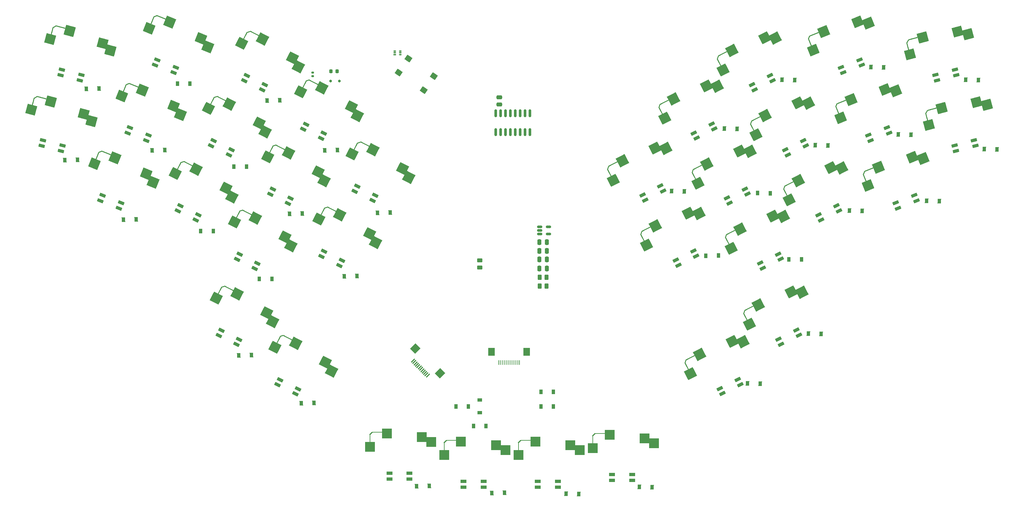
<source format=gbr>
%TF.GenerationSoftware,KiCad,Pcbnew,(6.0.4)*%
%TF.CreationDate,2022-12-18T06:26:39+01:00*%
%TF.ProjectId,BatreeqV2,42617472-6565-4715-9632-2e6b69636164,rev?*%
%TF.SameCoordinates,Original*%
%TF.FileFunction,Paste,Bot*%
%TF.FilePolarity,Positive*%
%FSLAX46Y46*%
G04 Gerber Fmt 4.6, Leading zero omitted, Abs format (unit mm)*
G04 Created by KiCad (PCBNEW (6.0.4)) date 2022-12-18 06:26:39*
%MOMM*%
%LPD*%
G01*
G04 APERTURE LIST*
G04 Aperture macros list*
%AMRoundRect*
0 Rectangle with rounded corners*
0 $1 Rounding radius*
0 $2 $3 $4 $5 $6 $7 $8 $9 X,Y pos of 4 corners*
0 Add a 4 corners polygon primitive as box body*
4,1,4,$2,$3,$4,$5,$6,$7,$8,$9,$2,$3,0*
0 Add four circle primitives for the rounded corners*
1,1,$1+$1,$2,$3*
1,1,$1+$1,$4,$5*
1,1,$1+$1,$6,$7*
1,1,$1+$1,$8,$9*
0 Add four rect primitives between the rounded corners*
20,1,$1+$1,$2,$3,$4,$5,0*
20,1,$1+$1,$4,$5,$6,$7,0*
20,1,$1+$1,$6,$7,$8,$9,0*
20,1,$1+$1,$8,$9,$2,$3,0*%
%AMRotRect*
0 Rectangle, with rotation*
0 The origin of the aperture is its center*
0 $1 length*
0 $2 width*
0 $3 Rotation angle, in degrees counterclockwise*
0 Add horizontal line*
21,1,$1,$2,0,0,$3*%
G04 Aperture macros list end*
%ADD10RoundRect,0.082000X0.718000X-0.328000X0.718000X0.328000X-0.718000X0.328000X-0.718000X-0.328000X0*%
%ADD11RotRect,2.600000X2.600000X345.000000*%
%ADD12RotRect,2.550000X2.500000X345.000000*%
%ADD13RotRect,3.000000X0.250000X165.000000*%
%ADD14RoundRect,0.062500X0.347636X0.272877X-0.410136X-0.164623X-0.347636X-0.272877X0.410136X0.164623X0*%
%ADD15RotRect,4.000000X0.250000X255.000000*%
%ADD16RotRect,2.550000X2.500000X27.000000*%
%ADD17RotRect,2.600000X2.600000X27.000000*%
%ADD18RotRect,3.000000X0.250000X207.000000*%
%ADD19RoundRect,0.062500X0.075754X0.435401X-0.194636X-0.396774X-0.075754X-0.435401X0.194636X0.396774X0*%
%ADD20RotRect,4.000000X0.250000X297.000000*%
%ADD21RotRect,2.600000X2.600000X15.000000*%
%ADD22RotRect,2.550000X2.500000X15.000000*%
%ADD23RotRect,4.000000X0.250000X285.000000*%
%ADD24RoundRect,0.062500X0.164623X0.410136X-0.272877X-0.347636X-0.164623X-0.410136X0.272877X0.347636X0*%
%ADD25RotRect,3.000000X0.250000X195.000000*%
%ADD26RoundRect,0.082000X0.778427X-0.130992X0.608642X0.502656X-0.778427X0.130992X-0.608642X-0.502656X0*%
%ADD27RoundRect,0.082000X0.788652X0.033715X0.490834X0.618215X-0.788652X-0.033715X-0.490834X-0.618215X0*%
%ADD28RotRect,2.550000X2.500000X333.000000*%
%ADD29RotRect,2.600000X2.600000X333.000000*%
%ADD30RotRect,4.000000X0.250000X243.000000*%
%ADD31RoundRect,0.062500X0.396774X0.194636X-0.435401X-0.075754X-0.396774X-0.194636X0.435401X0.075754X0*%
%ADD32RotRect,3.000000X0.250000X153.000000*%
%ADD33RoundRect,0.082000X0.490834X-0.618215X0.788652X-0.033715X-0.490834X0.618215X-0.788652X0.033715X0*%
%ADD34RoundRect,0.082000X0.608642X-0.502656X0.778427X0.130992X-0.608642X0.502656X-0.778427X-0.130992X0*%
%ADD35R,2.600000X2.600000*%
%ADD36R,2.550000X2.500000*%
%ADD37R,3.000000X0.250000*%
%ADD38R,0.250000X4.000000*%
%ADD39RoundRect,0.062500X0.265165X0.353553X-0.353553X-0.265165X-0.265165X-0.353553X0.353553X0.265165X0*%
%ADD40RoundRect,0.082000X0.788589X-0.035149X0.542847X0.573084X-0.788589X0.035149X-0.542847X-0.573084X0*%
%ADD41RotRect,2.600000X2.600000X22.000000*%
%ADD42RotRect,2.550000X2.500000X22.000000*%
%ADD43RotRect,3.000000X0.250000X202.000000*%
%ADD44RotRect,4.000000X0.250000X292.000000*%
%ADD45RoundRect,0.062500X0.113413X0.427142X-0.228476X-0.378300X-0.113413X-0.427142X0.228476X0.378300X0*%
%ADD46RotRect,2.550000X2.500000X338.000000*%
%ADD47RotRect,2.600000X2.600000X338.000000*%
%ADD48RotRect,3.000000X0.250000X158.000000*%
%ADD49RotRect,4.000000X0.250000X248.000000*%
%ADD50RoundRect,0.062500X0.378300X0.228476X-0.427142X-0.113413X-0.378300X-0.228476X0.427142X0.113413X0*%
%ADD51RoundRect,0.082000X0.542847X-0.573084X0.788589X0.035149X-0.542847X0.573084X-0.788589X-0.035149X0*%
%ADD52RotRect,0.900000X1.200000X358.000000*%
%ADD53R,0.900000X1.200000*%
%ADD54RoundRect,0.085000X-0.265000X-0.085000X0.265000X-0.085000X0.265000X0.085000X-0.265000X0.085000X0*%
%ADD55O,0.700000X0.340000*%
%ADD56RoundRect,0.150000X0.175000X0.150000X-0.175000X0.150000X-0.175000X-0.150000X0.175000X-0.150000X0*%
%ADD57RoundRect,0.250000X0.250000X0.475000X-0.250000X0.475000X-0.250000X-0.475000X0.250000X-0.475000X0*%
%ADD58R,0.280000X1.250000*%
%ADD59R,1.800000X2.000000*%
%ADD60RotRect,0.900000X1.200000X2.000000*%
%ADD61RoundRect,0.150000X0.150000X-0.825000X0.150000X0.825000X-0.150000X0.825000X-0.150000X-0.825000X0*%
%ADD62RoundRect,0.140000X-0.170000X0.140000X-0.170000X-0.140000X0.170000X-0.140000X0.170000X0.140000X0*%
%ADD63RotRect,0.280000X1.250000X315.000000*%
%ADD64RotRect,1.800000X2.000000X315.000000*%
%ADD65RoundRect,0.250000X0.262500X0.450000X-0.262500X0.450000X-0.262500X-0.450000X0.262500X-0.450000X0*%
%ADD66RoundRect,0.250000X-0.262500X-0.450000X0.262500X-0.450000X0.262500X0.450000X-0.262500X0.450000X0*%
%ADD67RotRect,0.900000X1.200000X1.000000*%
%ADD68RoundRect,0.250000X0.450000X-0.262500X0.450000X0.262500X-0.450000X0.262500X-0.450000X-0.262500X0*%
%ADD69RoundRect,0.218750X0.218750X0.256250X-0.218750X0.256250X-0.218750X-0.256250X0.218750X-0.256250X0*%
%ADD70RotRect,0.900000X1.200000X359.000000*%
%ADD71R,1.200000X0.900000*%
%ADD72RoundRect,0.250000X-0.250000X-0.475000X0.250000X-0.475000X0.250000X0.475000X-0.250000X0.475000X0*%
%ADD73RoundRect,0.150000X-0.512500X-0.150000X0.512500X-0.150000X0.512500X0.150000X-0.512500X0.150000X0*%
%ADD74RoundRect,0.250000X0.475000X-0.250000X0.475000X0.250000X-0.475000X0.250000X-0.475000X-0.250000X0*%
%ADD75RotRect,1.600000X1.400000X325.000000*%
G04 APERTURE END LIST*
D10*
%TO.C,D74*%
X162930907Y-158703640D03*
X162930907Y-157203640D03*
X157730907Y-157203640D03*
X157730907Y-158703640D03*
%TD*%
D11*
%TO.C,SW7*%
X41695422Y-63502969D03*
D12*
X39692739Y-61586010D03*
D11*
X31111565Y-58386001D03*
D13*
X28970288Y-57456072D03*
D14*
X27184985Y-57277231D03*
D15*
X26319068Y-59384531D03*
D12*
X26028860Y-60557810D03*
%TD*%
D16*
%TO.C,SW26*%
X223540561Y-107978318D03*
D17*
X226311540Y-108062840D03*
D18*
X212808758Y-112083897D03*
D19*
X211362352Y-113145592D03*
D16*
X212698319Y-116357137D03*
D17*
X215022282Y-111342174D03*
D20*
X212128910Y-115291033D03*
%TD*%
D21*
%TO.C,SW34*%
X269514606Y-40866065D03*
D22*
X266821753Y-40207270D03*
D23*
X254139074Y-44987570D03*
D22*
X254474386Y-46148764D03*
D21*
X257790233Y-41726568D03*
D24*
X253835330Y-42729636D03*
D25*
X255470867Y-41991865D03*
%TD*%
D26*
%TO.C,D42*%
X271440162Y-69944658D03*
X271051934Y-68495769D03*
X266029119Y-69841628D03*
X266417348Y-71290517D03*
%TD*%
D27*
%TO.C,D70*%
X190246204Y-81671878D03*
X189565218Y-80335368D03*
X184931984Y-82696119D03*
X185612970Y-84032628D03*
%TD*%
%TO.C,D41*%
X203597806Y-65554187D03*
X202916820Y-64217677D03*
X198283586Y-66578428D03*
X198964572Y-67914937D03*
%TD*%
D16*
%TO.C,SW21*%
X208267895Y-120836415D03*
D17*
X211038874Y-120920937D03*
D19*
X196089686Y-126003689D03*
D20*
X196856244Y-128149130D03*
D18*
X197536092Y-124941994D03*
D17*
X199749616Y-124200271D03*
D16*
X197425653Y-129215234D03*
%TD*%
D27*
%TO.C,D55*%
X225604954Y-119171036D03*
X224923968Y-117834526D03*
X220290734Y-120195277D03*
X220971720Y-121531786D03*
%TD*%
D17*
%TO.C,SW25*%
X212930207Y-71375116D03*
D16*
X210159228Y-71290594D03*
X199316986Y-79669413D03*
D18*
X199427425Y-75396173D03*
D20*
X198747577Y-78603309D03*
D17*
X201640949Y-74654450D03*
D19*
X197981019Y-76457868D03*
%TD*%
D28*
%TO.C,SW4*%
X93894359Y-47077304D03*
D29*
X95454719Y-49368754D03*
D28*
X80742842Y-43230693D03*
D29*
X86166023Y-42163096D03*
D30*
X81270648Y-42143390D03*
D31*
X82555775Y-40262174D03*
D32*
X84264880Y-40808292D03*
%TD*%
D33*
%TO.C,D51*%
X77426862Y-72255467D03*
X78107848Y-70918958D03*
X73474614Y-68558207D03*
X72793628Y-69894717D03*
%TD*%
%TO.C,D67*%
X114752396Y-84108662D03*
X115433382Y-82772153D03*
X110800148Y-80411402D03*
X110119162Y-81747912D03*
%TD*%
D28*
%TO.C,SW8*%
X109242477Y-59741924D03*
D29*
X110802837Y-62033374D03*
D32*
X99612998Y-53472912D03*
D30*
X96618766Y-54808010D03*
D28*
X96090960Y-55895313D03*
D31*
X97903893Y-52926794D03*
D29*
X101514141Y-54827716D03*
%TD*%
D34*
%TO.C,D63*%
X33737492Y-71285168D03*
X34125721Y-69836279D03*
X29102906Y-68490420D03*
X28714678Y-69939309D03*
%TD*%
D35*
%TO.C,SW22*%
X168603495Y-149126948D03*
D36*
X166172907Y-147793640D03*
X152708495Y-150336948D03*
D37*
X154746907Y-146579601D03*
D38*
X152685148Y-149128536D03*
D39*
X152976151Y-146868924D03*
D35*
X157055906Y-146923640D03*
%TD*%
D10*
%TO.C,D64*%
X124325323Y-156583643D03*
X124325323Y-155083643D03*
X119125323Y-155083643D03*
X119125323Y-156583643D03*
%TD*%
D40*
%TO.C,D71*%
X256147593Y-84197965D03*
X255585684Y-82807189D03*
X250764328Y-84755143D03*
X251326237Y-86145919D03*
%TD*%
D36*
%TO.C,SW27*%
X185476910Y-146015641D03*
D35*
X187907498Y-147348949D03*
D38*
X171989151Y-147350537D03*
D37*
X174050910Y-144801602D03*
D36*
X172012498Y-148558949D03*
D35*
X176359909Y-145145641D03*
D39*
X172280154Y-145090925D03*
%TD*%
D33*
%TO.C,D56*%
X86052679Y-55326346D03*
X86733665Y-53989837D03*
X82100431Y-51629086D03*
X81419445Y-52965596D03*
%TD*%
D41*
%TO.C,SW33*%
X250702109Y-55577127D03*
D42*
X247949041Y-55251420D03*
D43*
X236900252Y-58406037D03*
D41*
X239169997Y-57860058D03*
D44*
X235943469Y-61541717D03*
D42*
X236417795Y-62653391D03*
D45*
X235366817Y-59337630D03*
%TD*%
D29*
%TO.C,SW16*%
X104068356Y-128508323D03*
D28*
X102507996Y-126216873D03*
D32*
X92878517Y-119947861D03*
D31*
X91169412Y-119401743D03*
D28*
X89356479Y-122370262D03*
D29*
X94779660Y-121302665D03*
D30*
X89884285Y-121282959D03*
%TD*%
D17*
%TO.C,SW28*%
X219441546Y-41860462D03*
D16*
X216670567Y-41775940D03*
D18*
X205938764Y-45881519D03*
D20*
X205258916Y-49088655D03*
D17*
X208152288Y-45139796D03*
D19*
X204492358Y-46943214D03*
D16*
X205828325Y-50154759D03*
%TD*%
D29*
%TO.C,SW5*%
X86828903Y-66297875D03*
D28*
X85268543Y-64006425D03*
D29*
X77540207Y-59092217D03*
D31*
X73929959Y-57191295D03*
D28*
X72117026Y-60159814D03*
D30*
X72644832Y-59072511D03*
D32*
X75639064Y-57737413D03*
%TD*%
D27*
%TO.C,D66*%
X235986598Y-86826905D03*
X235305612Y-85490395D03*
X230672378Y-87851146D03*
X231353364Y-89187655D03*
%TD*%
D10*
%TO.C,D69*%
X143605319Y-158700333D03*
X143605319Y-157200333D03*
X138405319Y-157200333D03*
X138405319Y-158700333D03*
%TD*%
D29*
%TO.C,SW15*%
X93551197Y-95891624D03*
D28*
X91990837Y-93600174D03*
D32*
X82361358Y-87331162D03*
D30*
X79367126Y-88666260D03*
D28*
X78839320Y-89753563D03*
D31*
X80652253Y-86785044D03*
D29*
X84262501Y-88685966D03*
%TD*%
D10*
%TO.C,D43*%
X182234910Y-156925642D03*
X182234910Y-155425642D03*
X177034910Y-155425642D03*
X177034910Y-156925642D03*
%TD*%
D27*
%TO.C,D65*%
X198872023Y-98601004D03*
X198191037Y-97264494D03*
X193557803Y-99625245D03*
X194238789Y-100961754D03*
%TD*%
%TO.C,D61*%
X220849442Y-99412439D03*
X220168456Y-98075929D03*
X215535222Y-100436680D03*
X216216208Y-101773189D03*
%TD*%
D33*
%TO.C,D58*%
X94666316Y-134465916D03*
X95347302Y-133129407D03*
X90714068Y-130768656D03*
X90033082Y-132105166D03*
%TD*%
D21*
%TO.C,SW31*%
X274440831Y-59226110D03*
D22*
X271747978Y-58567315D03*
D25*
X260397092Y-60351910D03*
D24*
X258761555Y-61089681D03*
D22*
X259400611Y-64508809D03*
D21*
X262716458Y-60086613D03*
D23*
X259065299Y-63347615D03*
%TD*%
D16*
%TO.C,SW23*%
X233922205Y-75634187D03*
D17*
X236693184Y-75718709D03*
D18*
X223190402Y-79739766D03*
D17*
X225403926Y-78998043D03*
D16*
X223079963Y-84013006D03*
D20*
X222510554Y-82946902D03*
D19*
X221743996Y-80801461D03*
%TD*%
D27*
%TO.C,D47*%
X218734962Y-52968658D03*
X218053976Y-51632148D03*
X213420742Y-53992899D03*
X214101728Y-55329408D03*
%TD*%
D46*
%TO.C,SW6*%
X55921403Y-77240987D03*
D47*
X57675539Y-79387723D03*
D46*
X42484678Y-74555244D03*
D47*
X47794175Y-73019049D03*
D48*
X45782188Y-71835095D03*
D49*
X42915710Y-73426078D03*
D50*
X44031989Y-71440014D03*
%TD*%
D36*
%TO.C,SW12*%
X127567321Y-145673642D03*
D35*
X129997909Y-147006950D03*
D38*
X114079562Y-147008538D03*
D36*
X114102909Y-148216950D03*
D35*
X118450320Y-144803642D03*
D37*
X116141321Y-144459603D03*
D39*
X114370565Y-144748926D03*
%TD*%
D33*
%TO.C,D45*%
X92774974Y-84920093D03*
X93455960Y-83583584D03*
X88822726Y-81222833D03*
X88141740Y-82559343D03*
%TD*%
D46*
%TO.C,SW1*%
X70156454Y-42008001D03*
D47*
X71910590Y-44154737D03*
X62029226Y-37786063D03*
D46*
X56719729Y-39322258D03*
D48*
X60017239Y-36602109D03*
D50*
X58267040Y-36207028D03*
D49*
X57150761Y-38193092D03*
%TD*%
D40*
%TO.C,D53*%
X241912546Y-48964978D03*
X241350637Y-47574202D03*
X236529281Y-49522156D03*
X237091190Y-50912932D03*
%TD*%
D33*
%TO.C,D46*%
X84149157Y-101849218D03*
X84830143Y-100512709D03*
X80196909Y-98151958D03*
X79515923Y-99488468D03*
%TD*%
D27*
%TO.C,D60*%
X212223623Y-82483311D03*
X211542637Y-81146801D03*
X206909403Y-83507552D03*
X207590389Y-84844061D03*
%TD*%
D28*
%TO.C,SW11*%
X87235326Y-113358769D03*
D29*
X88795686Y-115650219D03*
D30*
X74611615Y-108424855D03*
D32*
X77605847Y-107089757D03*
D31*
X75896742Y-106543639D03*
D28*
X74083809Y-109512158D03*
D29*
X79506990Y-108444561D03*
%TD*%
D40*
%TO.C,D48*%
X249030067Y-66581470D03*
X248468158Y-65190694D03*
X243646802Y-67138648D03*
X244208711Y-68529424D03*
%TD*%
D16*
%TO.C,SW19*%
X196807630Y-87408285D03*
D17*
X199578609Y-87492807D03*
D16*
X185965388Y-95787104D03*
D18*
X186075827Y-91513864D03*
D20*
X185395979Y-94721000D03*
D19*
X184629421Y-92575559D03*
D17*
X188289351Y-90772141D03*
%TD*%
D33*
%TO.C,D73*%
X68801040Y-89184593D03*
X69482026Y-87848084D03*
X64848792Y-85487333D03*
X64167806Y-86823843D03*
%TD*%
D12*
%TO.C,SW3*%
X44602792Y-43215617D03*
D11*
X46605475Y-45132576D03*
D12*
X30938913Y-42187417D03*
D11*
X36021618Y-40015608D03*
D15*
X31229121Y-41014138D03*
D13*
X33880341Y-39085679D03*
D14*
X32095038Y-38906838D03*
%TD*%
D26*
%TO.C,D59*%
X266513937Y-51584612D03*
X266125709Y-50135723D03*
X261102894Y-51481582D03*
X261491123Y-52930471D03*
%TD*%
D51*
%TO.C,D50*%
X63063565Y-50909102D03*
X63625474Y-49518326D03*
X58804118Y-47570372D03*
X58242209Y-48961148D03*
%TD*%
D29*
%TO.C,SW10*%
X78203079Y-83227001D03*
D28*
X76642719Y-80935551D03*
D31*
X65304135Y-74120421D03*
D28*
X63491202Y-77088940D03*
D32*
X67013240Y-74666539D03*
D29*
X68914383Y-76021343D03*
D30*
X64019008Y-76001637D03*
%TD*%
D41*
%TO.C,SW32*%
X243584587Y-37960635D03*
D42*
X240831519Y-37634928D03*
D43*
X229782730Y-40789545D03*
D42*
X229300273Y-45036899D03*
D45*
X228249295Y-41721138D03*
D41*
X232052475Y-40243566D03*
D44*
X228825947Y-43925225D03*
%TD*%
D33*
%TO.C,D52*%
X79393644Y-121607814D03*
X80074630Y-120271305D03*
X75441396Y-117910554D03*
X74760410Y-119247064D03*
%TD*%
D29*
%TO.C,SW9*%
X102177015Y-78962499D03*
D28*
X100616655Y-76671049D03*
D31*
X89278071Y-69855919D03*
D28*
X87465138Y-72824438D03*
D29*
X92888319Y-71756841D03*
D30*
X87992944Y-71737135D03*
D32*
X90987176Y-70402037D03*
%TD*%
D28*
%TO.C,SW13*%
X122594077Y-75859619D03*
D29*
X124154437Y-78151069D03*
X114865741Y-70945411D03*
D31*
X111255493Y-69044489D03*
D32*
X112964598Y-69590607D03*
D28*
X109442560Y-72013008D03*
D30*
X109970366Y-70925705D03*
%TD*%
D33*
%TO.C,D72*%
X106126574Y-101037785D03*
X106807560Y-99701276D03*
X102174326Y-97340525D03*
X101493340Y-98677035D03*
%TD*%
D16*
%TO.C,SW18*%
X188181812Y-70479159D03*
D17*
X190952791Y-70563681D03*
D18*
X177450009Y-74584738D03*
D16*
X177339570Y-78857978D03*
D17*
X179663533Y-73843015D03*
D20*
X176770161Y-77791874D03*
D19*
X176003603Y-75646433D03*
%TD*%
D16*
%TO.C,SW24*%
X201533415Y-54361469D03*
D17*
X204304394Y-54445991D03*
D19*
X189355206Y-59528743D03*
D18*
X190801612Y-58467048D03*
D20*
X190121764Y-61674184D03*
D16*
X190691173Y-62740288D03*
D17*
X193015136Y-57725325D03*
%TD*%
D36*
%TO.C,SW17*%
X146847319Y-147790333D03*
D35*
X149277907Y-149123641D03*
D39*
X133650563Y-146865617D03*
D36*
X133382907Y-150333641D03*
D38*
X133359560Y-149125229D03*
D35*
X137730318Y-146920333D03*
D37*
X135421319Y-146576294D03*
%TD*%
D27*
%TO.C,D54*%
X227360782Y-69897783D03*
X226679796Y-68561273D03*
X222046562Y-70922024D03*
X222727548Y-72258533D03*
%TD*%
%TO.C,D49*%
X210332288Y-132029134D03*
X209651302Y-130692624D03*
X205018068Y-133053375D03*
X205699054Y-134389884D03*
%TD*%
D51*
%TO.C,D68*%
X48828517Y-86142089D03*
X49390426Y-84751313D03*
X44569070Y-82803359D03*
X44007161Y-84194135D03*
%TD*%
D16*
%TO.C,SW29*%
X225296389Y-58705065D03*
D17*
X228067368Y-58789587D03*
D19*
X213118180Y-63872339D03*
D16*
X214454147Y-67083884D03*
D18*
X214564586Y-62810644D03*
D20*
X213884738Y-66017780D03*
D17*
X216778110Y-62068921D03*
%TD*%
D41*
%TO.C,SW30*%
X257819634Y-73193623D03*
D42*
X255066566Y-72867916D03*
D45*
X242484342Y-76954126D03*
D44*
X243060994Y-79158213D03*
D42*
X243535320Y-80269887D03*
D43*
X244017777Y-76022533D03*
D41*
X246287522Y-75476554D03*
%TD*%
D46*
%TO.C,SW2*%
X63039219Y-59624903D03*
D47*
X64793355Y-61771639D03*
D49*
X50033526Y-55809994D03*
D48*
X52900004Y-54219011D03*
D46*
X49602494Y-56939160D03*
D47*
X54911991Y-55402965D03*
D50*
X51149805Y-53823930D03*
%TD*%
D34*
%TO.C,D44*%
X38647543Y-52914777D03*
X39035772Y-51465888D03*
X34012957Y-50120029D03*
X33624729Y-51568918D03*
%TD*%
D17*
%TO.C,SW20*%
X221556029Y-88304243D03*
D16*
X218785050Y-88219721D03*
D19*
X206606841Y-93386995D03*
D20*
X207373399Y-95532436D03*
D17*
X210266771Y-91583577D03*
D18*
X208053247Y-92325300D03*
D16*
X207942808Y-96598540D03*
%TD*%
D28*
%TO.C,SW14*%
X113968255Y-92788740D03*
D29*
X115528615Y-95080190D03*
D30*
X101344544Y-87854826D03*
D28*
X100816738Y-88942129D03*
D29*
X106239919Y-87874532D03*
D31*
X102629671Y-85973610D03*
D32*
X104338776Y-86519728D03*
%TD*%
D33*
%TO.C,D62*%
X101400796Y-67990967D03*
X102081782Y-66654458D03*
X97448548Y-64293707D03*
X96767562Y-65630217D03*
%TD*%
D51*
%TO.C,D57*%
X55946331Y-68526004D03*
X56508240Y-67135228D03*
X51686884Y-65187274D03*
X51124975Y-66578050D03*
%TD*%
D52*
%TO.C,D29*%
X229801915Y-69712058D03*
X233099905Y-69827226D03*
%TD*%
D53*
%TO.C,D39*%
X158493562Y-133919564D03*
X161793562Y-133919564D03*
%TD*%
D54*
%TO.C,U6*%
X120498000Y-46248000D03*
D55*
X120498000Y-45748000D03*
X120498000Y-45248000D03*
X121998000Y-45248000D03*
X121998000Y-45748000D03*
X121998000Y-46248000D03*
%TD*%
D56*
%TO.C,D40*%
X106117000Y-53114000D03*
X103867000Y-53114000D03*
%TD*%
D57*
%TO.C,C4*%
X160018839Y-94981640D03*
X158118839Y-94981640D03*
%TD*%
D53*
%TO.C,D15*%
X85274908Y-104567642D03*
X88574908Y-104567642D03*
%TD*%
D58*
%TO.C,J2*%
X147487564Y-126273562D03*
X147987564Y-126273562D03*
X148487564Y-126273562D03*
X148987564Y-126273562D03*
X149487564Y-126273562D03*
X149987564Y-126273562D03*
X150487564Y-126273562D03*
X150987564Y-126273562D03*
X151487564Y-126273562D03*
X151987564Y-126273562D03*
X152487564Y-126273562D03*
X152987564Y-126273562D03*
D59*
X154787564Y-123549562D03*
X145687564Y-123549562D03*
%TD*%
D60*
%TO.C,D3*%
X40317913Y-55095226D03*
X43615903Y-54980058D03*
%TD*%
D52*
%TO.C,D23*%
X238691913Y-86730057D03*
X241989903Y-86845225D03*
%TD*%
D61*
%TO.C,U2*%
X155631911Y-66402643D03*
X154361911Y-66402643D03*
X153091911Y-66402643D03*
X151821911Y-66402643D03*
X150551911Y-66402643D03*
X149281911Y-66402643D03*
X148011911Y-66402643D03*
X146741911Y-66402643D03*
X146741911Y-61452643D03*
X148011911Y-61452643D03*
X149281911Y-61452643D03*
X150551911Y-61452643D03*
X151821911Y-61452643D03*
X153091911Y-61452643D03*
X154361911Y-61452643D03*
X155631911Y-61452643D03*
%TD*%
D53*
%TO.C,D37*%
X140967564Y-142809565D03*
X144267564Y-142809565D03*
%TD*%
D62*
%TO.C,C6*%
X99150000Y-50884000D03*
X99150000Y-51844000D03*
%TD*%
D53*
%TO.C,D10*%
X70034907Y-92121643D03*
X73334907Y-92121643D03*
%TD*%
D60*
%TO.C,D9*%
X93149912Y-87607229D03*
X96447902Y-87492061D03*
%TD*%
D63*
%TO.C,J1*%
X125231938Y-125826099D03*
X125585491Y-126179652D03*
X125939045Y-126533206D03*
X126292598Y-126886759D03*
X126646151Y-127240312D03*
X126999705Y-127593866D03*
X127353258Y-127947419D03*
X127706812Y-128300973D03*
X128060365Y-128654526D03*
X128413918Y-129008079D03*
X128767472Y-129361633D03*
X129121025Y-129715186D03*
D64*
X132319976Y-129061819D03*
X125885305Y-122627148D03*
%TD*%
D52*
%TO.C,D22*%
X165031914Y-160390059D03*
X168329904Y-160505227D03*
%TD*%
D65*
%TO.C,R1*%
X159981337Y-106411641D03*
X158156337Y-106411641D03*
%TD*%
D66*
%TO.C,R2*%
X158156339Y-104125642D03*
X159981339Y-104125642D03*
%TD*%
D67*
%TO.C,D19*%
X201353158Y-98500438D03*
X204652656Y-98442846D03*
%TD*%
D52*
%TO.C,D21*%
X212224900Y-131694731D03*
X215522890Y-131809899D03*
%TD*%
%TO.C,D27*%
X184081910Y-158612059D03*
X187379900Y-158727227D03*
%TD*%
D68*
%TO.C,R3*%
X142617565Y-101558065D03*
X142617565Y-99733065D03*
%TD*%
D53*
%TO.C,D38*%
X158493563Y-137729564D03*
X161793563Y-137729564D03*
%TD*%
D60*
%TO.C,D16*%
X96197914Y-136883227D03*
X99495904Y-136768059D03*
%TD*%
D52*
%TO.C,D24*%
X206179913Y-65394056D03*
X209477903Y-65509224D03*
%TD*%
D60*
%TO.C,D17*%
X145727912Y-160251227D03*
X149025902Y-160136059D03*
%TD*%
D52*
%TO.C,D30*%
X258757915Y-84190059D03*
X262055905Y-84305227D03*
%TD*%
D60*
%TO.C,D7*%
X34729914Y-73637228D03*
X38027904Y-73522060D03*
%TD*%
D69*
%TO.C,F1*%
X105525500Y-50574000D03*
X103950500Y-50574000D03*
%TD*%
D70*
%TO.C,D25*%
X214815157Y-82186846D03*
X218114655Y-82244438D03*
%TD*%
D71*
%TO.C,D35*%
X142617562Y-136079566D03*
X142617562Y-139379566D03*
%TD*%
D53*
%TO.C,D20*%
X222942907Y-99487642D03*
X226242907Y-99487642D03*
%TD*%
D60*
%TO.C,D6*%
X49969914Y-89131225D03*
X53267904Y-89016057D03*
%TD*%
%TO.C,D14*%
X107373912Y-103863227D03*
X110671902Y-103748059D03*
%TD*%
D52*
%TO.C,D34*%
X268917915Y-52694057D03*
X272215905Y-52809225D03*
%TD*%
D53*
%TO.C,D5*%
X78670907Y-75357641D03*
X81970907Y-75357641D03*
%TD*%
D72*
%TO.C,C3*%
X158118839Y-97267644D03*
X160018839Y-97267644D03*
%TD*%
D60*
%TO.C,D2*%
X57456649Y-71097225D03*
X60754639Y-70982057D03*
%TD*%
D52*
%TO.C,D18*%
X192463915Y-81650058D03*
X195761905Y-81765226D03*
%TD*%
D60*
%TO.C,D12*%
X126169914Y-158473226D03*
X129467904Y-158358058D03*
%TD*%
D53*
%TO.C,D1*%
X64005563Y-53782564D03*
X67305563Y-53782564D03*
%TD*%
D52*
%TO.C,D32*%
X244279914Y-49392058D03*
X247577904Y-49507226D03*
%TD*%
D60*
%TO.C,D4*%
X87307914Y-58143226D03*
X90605904Y-58028058D03*
%TD*%
D52*
%TO.C,D28*%
X221165913Y-52694061D03*
X224463903Y-52809229D03*
%TD*%
%TO.C,D26*%
X228023913Y-118734060D03*
X231321903Y-118849228D03*
%TD*%
D73*
%TO.C,U3*%
X158185336Y-92883640D03*
X158185336Y-91933640D03*
X158185336Y-90983640D03*
X160460336Y-90983640D03*
X160460336Y-92883640D03*
%TD*%
D52*
%TO.C,D31*%
X273743913Y-70728058D03*
X277041903Y-70843226D03*
%TD*%
D60*
%TO.C,D13*%
X116009910Y-87353225D03*
X119307900Y-87238057D03*
%TD*%
D74*
%TO.C,C5*%
X147697562Y-59177564D03*
X147697562Y-57277564D03*
%TD*%
D72*
%TO.C,C1*%
X158118838Y-101839641D03*
X160018838Y-101839641D03*
%TD*%
D75*
%TO.C,SW35*%
X130641155Y-51787214D03*
X124087939Y-47198602D03*
X128060061Y-55473398D03*
X121506845Y-50884786D03*
%TD*%
D60*
%TO.C,D8*%
X102293912Y-71097226D03*
X105591902Y-70982058D03*
%TD*%
D72*
%TO.C,C2*%
X158118837Y-99472820D03*
X160018837Y-99472820D03*
%TD*%
D60*
%TO.C,D11*%
X79941914Y-124437224D03*
X83239904Y-124322056D03*
%TD*%
D53*
%TO.C,D36*%
X139695563Y-137729563D03*
X136395563Y-137729563D03*
%TD*%
D52*
%TO.C,D33*%
X251391911Y-66918061D03*
X254689901Y-67033229D03*
%TD*%
M02*

</source>
